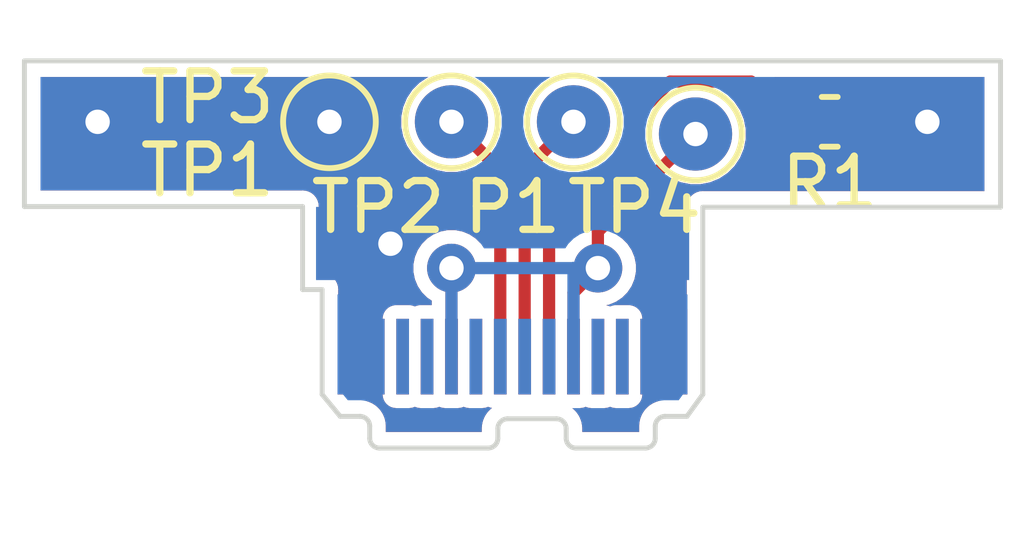
<source format=kicad_pcb>
(kicad_pcb (version 20240108) (generator "pcbnew") (generator_version "8.0")
  (layers (0 "F.Cu" signal) (31 "B.Cu" signal) (34 "B.Paste" user) (35 "F.Paste" user) (36 "B.SilkS" user "B.Silkscreen") (37 "F.SilkS" user "F.Silkscreen") (38 "B.Mask" user) (39 "F.Mask" user) (44 "Edge.Cuts" user))
  (net 0 "")
  (net 1 "Net-(P1-PadA4)")
  (net 2 "Net-(P1-PadB5)")
  (net 3 "Net-(P1-PadA7)")
  (net 4 "Net-(P1-PadA6)")
  (net 5 "Net-(P1-PadA5)")
  (net 6 "GND")
  (footprint "Connector_USB:USB_C_Plug_JAE_DX07P024AJ1" (layer "F.Cu") (at 150 109.9175)
    (property "Reference" "P1" (at 0 -1.9175 0) (layer "F.SilkS"))
    (property "Value" "USB_C_Plug_USB2.0")
    (fp_line (start -4.3 -1.93) (end -4.3 -0.2275) (stroke (width 0.1)) (layer "Edge.Cuts"))
    (fp_line (start -4.3 -0.2275) (end -3.9 -0.2275) (stroke (width 0.1)) (layer "Edge.Cuts"))
    (fp_line (start -3.9 1.9225) (end -3.9 -0.2275) (stroke (width 0.1)) (layer "Edge.Cuts"))
    (fp_line (start -3.53 2.3725) (end -3.9 1.9225) (stroke (width 0.1)) (layer "Edge.Cuts"))
    (fp_line (start -3.125 2.3725) (end -3.53 2.3725) (stroke (width 0.1)) (layer "Edge.Cuts"))
    (fp_line (start -2.925 2.8225) (end -2.925 2.5725) (stroke (width 0.1)) (layer "Edge.Cuts"))
    (fp_line (start -0.5 3.0225) (end -2.725 3.0225) (stroke (width 0.1)) (layer "Edge.Cuts"))
    (fp_line (start -0.3 2.6225) (end -0.3 2.8225) (stroke (width 0.1)) (layer "Edge.Cuts"))
    (fp_line (start -0.1 2.4225) (end 0.9 2.4225) (stroke (width 0.1)) (layer "Edge.Cuts"))
    (fp_line (start 1.1 2.8225) (end 1.1 2.6225) (stroke (width 0.1)) (layer "Edge.Cuts"))
    (fp_line (start 1.3 3.0225) (end 2.725 3.0225) (stroke (width 0.1)) (layer "Edge.Cuts"))
    (fp_line (start 2.925 2.8225) (end 2.925 2.5725) (stroke (width 0.1)) (layer "Edge.Cuts"))
    (fp_line (start 3.125 2.3725) (end 3.575 2.3725) (stroke (width 0.1)) (layer "Edge.Cuts"))
    (fp_line (start 3.575 2.3725) (end 3.9 1.9225) (stroke (width 0.1)) (layer "Edge.Cuts"))
    (fp_line (start 3.9 1.9225) (end 3.9 -1.9175) (stroke (width 0.1)) (layer "Edge.Cuts"))
    (fp_arc (start -3.125 2.3725) (mid -2.983579 2.431079) (end -2.925 2.5725) (stroke (width 0.1)) (layer "Edge.Cuts"))
    (fp_arc (start -2.725 3.0225) (mid -2.866421 2.963921) (end -2.925 2.8225) (stroke (width 0.1)) (layer "Edge.Cuts"))
    (fp_arc (start -0.3 2.6225) (mid -0.241421 2.481079) (end -0.1 2.4225) (stroke (width 0.1)) (layer "Edge.Cuts"))
    (fp_arc (start -0.3 2.8225) (mid -0.358579 2.963921) (end -0.5 3.0225) (stroke (width 0.1)) (layer "Edge.Cuts"))
    (fp_arc (start 0.9 2.4225) (mid 1.041421 2.481079) (end 1.1 2.6225) (stroke (width 0.1)) (layer "Edge.Cuts"))
    (fp_arc (start 1.3 3.0225) (mid 1.158579 2.963921) (end 1.1 2.8225) (stroke (width 0.1)) (layer "Edge.Cuts"))
    (fp_arc (start 2.925 2.5725) (mid 2.983579 2.431079) (end 3.125 2.3725) (stroke (width 0.1)) (layer "Edge.Cuts"))
    (fp_arc (start 2.925 2.8225) (mid 2.866421 2.963921) (end 2.725 3.0225) (stroke (width 0.1)) (layer "Edge.Cuts"))
    (pad "" smd rect (at -3.405 1.0475) (size 0.36 1.75) (layers "F.Cu" "F.Mask"))
    (pad "" smd rect (at 3.405 1.0475) (size 0.36 1.75) (layers "F.Cu" "F.Mask"))
    (pad "A1" smd rect (at 2.825 1.1475) (size 0.41 1.55) (layers "F.Cu" "F.Paste" "F.Mask") (net 6 "GND"))
    (pad "A2" smd rect (at 2.25 1.1475) (size 0.26 1.55) (layers "F.Cu" "F.Paste" "F.Mask"))
    (pad "A3" smd rect (at 1.75 1.1475) (size 0.26 1.55) (layers "F.Cu" "F.Paste" "F.Mask"))
    (pad "A4" smd rect (at 1.25 1.1475) (size 0.26 1.55) (layers "F.Cu" "F.Paste" "F.Mask") (net 1 "Net-(P1-PadA4)"))
    (pad "A5" smd rect (at 0.75 1.1475) (size 0.26 1.55) (layers "F.Cu" "F.Paste" "F.Mask") (net 5 "Net-(P1-PadA5)"))
    (pad "A6" smd rect (at 0.25 1.1475 180) (size 0.26 1.55) (layers "F.Cu" "F.Paste" "F.Mask") (net 4 "Net-(P1-PadA6)"))
    (pad "A7" smd rect (at -0.25 1.1475 180) (size 0.26 1.55) (layers "F.Cu" "F.Paste" "F.Mask") (net 3 "Net-(P1-PadA7)"))
    (pad "A8" smd rect (at -0.75 1.1475) (size 0.26 1.55) (layers "F.Cu" "F.Paste" "F.Mask"))
    (pad "A9" smd rect (at -1.25 1.1475) (size 0.26 1.55) (layers "F.Cu" "F.Paste" "F.Mask") (net 1 "Net-(P1-PadA4)"))
    (pad "A10" smd rect (at -1.75 1.1475) (size 0.26 1.55) (layers "F.Cu" "F.Paste" "F.Mask"))
    (pad "A11" smd rect (at -2.25 1.1475) (size 0.26 1.55) (layers "F.Cu" "F.Paste" "F.Mask"))
    (pad "A12" smd rect (at -2.825 1.1475) (size 0.41 1.55) (layers "F.Cu" "F.Paste" "F.Mask") (net 6 "GND"))
    (pad "B1" smd rect (at -2.825 1.1475) (size 0.41 1.55) (layers "B.Cu" "B.Paste" "B.Mask") (net 6 "GND"))
    (pad "B2" smd rect (at -2.25 1.1475) (size 0.26 1.55) (layers "B.Cu" "B.Paste" "B.Mask"))
    (pad "B3" smd rect (at -1.75 1.1475) (size 0.26 1.55) (layers "B.Cu" "B.Paste" "B.Mask"))
    (pad "B4" smd rect (at -1.25 1.1475) (size 0.26 1.55) (layers "B.Cu" "B.Paste" "B.Mask") (net 1 "Net-(P1-PadA4)"))
    (pad "B5" smd rect (at -0.75 1.1475) (size 0.26 1.55) (layers "B.Cu" "B.Paste" "B.Mask") (net 2 "Net-(P1-PadB5)"))
    (pad "B6" smd rect (at -0.25 1.1475 180) (size 0.26 1.55) (layers "B.Cu" "B.Paste" "B.Mask"))
    (pad "B7" smd rect (at 0.25 1.1475) (size 0.26 1.55) (layers "B.Cu" "B.Paste" "B.Mask"))
    (pad "B8" smd rect (at 0.75 1.1475) (size 0.26 1.55) (layers "B.Cu" "B.Paste" "B.Mask"))
    (pad "B9" smd rect (at 1.25 1.1475) (size 0.26 1.55) (layers "B.Cu" "B.Paste" "B.Mask") (net 1 "Net-(P1-PadA4)"))
    (pad "B10" smd rect (at 1.75 1.1475) (size 0.26 1.55) (layers "B.Cu" "B.Paste" "B.Mask"))
    (pad "B11" smd rect (at 2.25 1.1475) (size 0.26 1.55) (layers "B.Cu" "B.Paste" "B.Mask"))
    (pad "B12" smd rect (at 2.825 1.1475) (size 0.41 1.55) (layers "B.Cu" "B.Paste" "B.Mask") (net 6 "GND"))
    (pad "S1" smd rect (at -3.625 -1.1725) (size 0.8 1.5) (layers "B.Cu" "B.Paste" "B.Mask") (net 6 "GND"))
    (pad "S1" smd rect (at -3.405 0.8975) (size 0.36 2.05) (layers "B.Cu" "B.Paste" "B.Mask") (net 6 "GND"))
    (pad "S1" smd rect (at 3.27 -1.1725 180) (size 0.7 1.5) (layers "B.Cu" "B.Paste" "B.Mask") (net 6 "GND"))
    (pad "S1" smd rect (at 3.405 0.8975) (size 0.36 2.05) (layers "B.Cu" "B.Paste" "B.Mask") (net 6 "GND"))
  )
  (footprint "TestPoint:TestPoint_THTPad_D1.5mm_Drill0.7mm" (layer "F.Cu") (at 148.75 106.25)
    (property "Reference" "TP3" (at -5 -0.5 0) (layer "F.SilkS"))
    (property "Value" "D-")
    (fp_circle (center 0 0) (end 0 0.95) (stroke (width 0.12)) (fill none) (layer "F.SilkS"))
    (pad "1" thru_hole circle (at 0 0) (size 1.5 1.5) (drill 0.5) (layers "*.Cu" "*.Mask") (net 3 "Net-(P1-PadA7)"))
  )
  (footprint "TestPoint:TestPoint_THTPad_D1.5mm_Drill0.7mm" (layer "F.Cu") (at 151.25 106.25)
    (property "Reference" "TP4" (at 1.25 1.75 0) (layer "F.SilkS"))
    (property "Value" "D+")
    (fp_circle (center 0 0) (end 0 0.95) (stroke (width 0.12)) (fill none) (layer "F.SilkS"))
    (pad "1" thru_hole circle (at 0 0) (size 1.5 1.5) (drill 0.5) (layers "*.Cu" "*.Mask") (net 4 "Net-(P1-PadA6)"))
  )
  (footprint "Resistor_SMD:R_0603_1608Metric" (layer "F.Cu") (at 156.5 106.25 180)
    (property "Reference" "R1" (at 0 -1.25 0) (layer "F.SilkS"))
    (property "Value" "5.1k")
    (fp_line (start -0.162779 0.51) (end 0.162779 0.51) (stroke (width 0.12)) (layer "F.SilkS"))
    (fp_line (start -0.162779 -0.51) (end 0.162779 -0.51) (stroke (width 0.12)) (layer "F.SilkS"))
    (pad "1" smd roundrect (at -0.7875 0 180) (size 0.875 0.95) (layers "F.Cu" "F.Paste" "F.Mask") (net 6 "GND"))
    (pad "2" smd roundrect (at 0.7875 0 180) (size 0.875 0.95) (layers "F.Cu" "F.Paste" "F.Mask") (net 5 "Net-(P1-PadA5)"))
  )
  (footprint "TestPoint:TestPoint_THTPad_D1.5mm_Drill0.7mm" (layer "F.Cu") (at 153.75 106.5)
    (property "Reference" "TP2" (at -6.5 1.5 0) (layer "F.SilkS"))
    (property "Value" "+5V")
    (fp_circle (center 0 0) (end 0 0.95) (stroke (width 0.12)) (fill none) (layer "F.SilkS"))
    (pad "1" thru_hole circle (at 0 0) (size 1.5 1.5) (drill 0.5) (layers "*.Cu" "*.Mask") (net 1 "Net-(P1-PadA4)"))
  )
  (footprint "TestPoint:TestPoint_THTPad_D1.5mm_Drill0.7mm" (layer "F.Cu") (at 146.25 106.25)
    (property "Reference" "TP1" (at -2.5 1 0) (layer "F.SilkS"))
    (property "Value" "GND")
    (fp_circle (center 0 0) (end 0 0.95) (stroke (width 0.12)) (fill none) (layer "F.SilkS"))
    (pad "1" thru_hole circle (at 0 0) (size 1.5 1.5) (drill 0.5) (layers "*.Cu" "*.Mask") (net 6 "GND"))
  )
  (gr_line (start 140 107.9875) (end 145.7 107.9875) (stroke (width 0.1)) (layer "Edge.Cuts"))
  (gr_line (start 153.9 108) (end 160 108) (stroke (width 0.1)) (layer "Edge.Cuts"))
  (gr_line (start 140 105) (end 140 107.9875) (stroke (width 0.1)) (layer "Edge.Cuts"))
  (gr_line (start 160 108) (end 160 105) (stroke (width 0.1)) (layer "Edge.Cuts"))
  (gr_line (start 140 105) (end 160 105) (stroke (width 0.1)) (layer "Edge.Cuts"))
  (segment (start 153.75 106.5) (end 151.75 108.5) (width 0.25) (layer "F.Cu") (net 1))
  (segment (start 151.75 108.5) (end 151.75 109.249978) (width 0.25) (layer "F.Cu") (net 1))
  (segment (start 151.250001 109.749977) (end 151.75 109.249978) (width 0.25) (layer "F.Cu") (net 1))
  (segment (start 148.75 109.25) (end 148.75 111.065) (width 0.25) (layer "F.Cu") (net 1))
  (segment (start 151.25 111.065) (end 151.250001 109.749977) (width 0.25) (layer "F.Cu") (net 1))
  (via (at 151.75 109.249978) (size 1) (drill 0.5) (layers "F.Cu" "B.Cu") (net 1))
  (via (at 148.75 109.25) (size 1) (drill 0.5) (layers "F.Cu" "B.Cu") (net 1))
  (segment (start 148.75 109.25) (end 148.75 111.065) (width 0.25) (layer "B.Cu") (net 1))
  (segment (start 151.250022 109.249978) (end 148.750022 109.249978) (width 0.25) (layer "B.Cu") (net 1))
  (segment (start 151.250022 109.249978) (end 151.25 109.25) (width 0.25) (layer "B.Cu") (net 1))
  (segment (start 151.250022 109.249978) (end 151.75 109.249978) (width 0.25) (layer "B.Cu") (net 1))
  (segment (start 148.750022 109.249978) (end 148.75 109.25) (width 0.25) (layer "B.Cu") (net 1))
  (segment (start 151.25 109.25) (end 151.25 111.065) (width 0.25) (layer "B.Cu") (net 1))
  (segment (start 148.75 106.25) (end 149.75 107.25) (width 0.25) (layer "F.Cu") (net 3))
  (segment (start 149.75 107.25) (end 149.75 111.065) (width 0.25) (layer "F.Cu") (net 3))
  (segment (start 151.25 106.25) (end 150.25 107.25) (width 0.25) (layer "F.Cu") (net 4))
  (segment (start 150.25 107.25) (end 150.25 111.065) (width 0.25) (layer "F.Cu") (net 4))
  (segment (start 152.5 106.158998) (end 153.233999 105.424999) (width 0.25) (layer "F.Cu") (net 5))
  (segment (start 150.75 111.065) (end 150.75 108.670501) (width 0.25) (layer "F.Cu") (net 5))
  (segment (start 154.887499 105.424999) (end 155.7125 106.25) (width 0.25) (layer "F.Cu") (net 5))
  (segment (start 153.233999 105.424999) (end 154.887499 105.424999) (width 0.25) (layer "F.Cu") (net 5))
  (segment (start 152.5 106.920501) (end 152.5 106.158998) (width 0.25) (layer "F.Cu") (net 5))
  (segment (start 150.75 108.670501) (end 152.5 106.920501) (width 0.25) (layer "F.Cu") (net 5))
  (via (at 158.5 106.25) (size 1) (drill 0.5) (layers "F.Cu" "B.Cu") (net 6))
  (via (at 147.5 108.75) (size 1) (drill 0.5) (layers "F.Cu" "B.Cu") (net 6))
  (via (at 141.5 106.25) (size 1) (drill 0.5) (layers "F.Cu" "B.Cu") (net 6))
  (zone (net 6) (net_name "GND") (layer "F.Cu") (connect_pads yes (clearance 0.2)) (min_thickness 0.16) (fill yes (thermal_gap 0.16) (thermal_bridge_width 0.4))
    (polygon (pts (xy 160.5 114) (xy 139.5 114) (xy 139.5 104.5) (xy 160.5 104.5)))
  )
  (zone (net 6) (net_name "GND") (layer "B.Cu") (connect_pads yes (clearance 0.2)) (min_thickness 0.16) (fill yes (thermal_gap 0.16) (thermal_bridge_width 0.4))
    (polygon (pts (xy 160.5 114) (xy 139.5 114) (xy 139.5 104.5) (xy 160.5 104.5)))
  )
)
</source>
